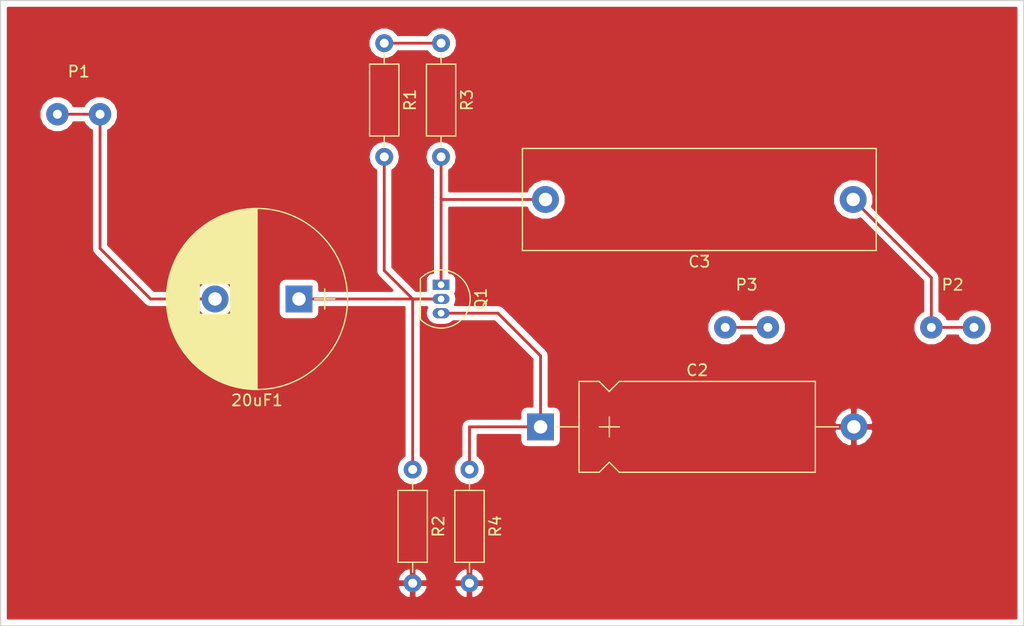
<source format=kicad_pcb>
(kicad_pcb (version 4) (host pcbnew 4.0.5)

  (general
    (links 15)
    (no_connects 1)
    (area 123.139999 79.959999 214.680001 135.940001)
    (thickness 1.6)
    (drawings 7)
    (tracks 31)
    (zones 0)
    (modules 11)
    (nets 9)
  )

  (page A4)
  (layers
    (0 F.Cu signal)
    (31 B.Cu signal)
    (32 B.Adhes user)
    (33 F.Adhes user)
    (34 B.Paste user)
    (35 F.Paste user)
    (36 B.SilkS user)
    (37 F.SilkS user)
    (38 B.Mask user)
    (39 F.Mask user)
    (40 Dwgs.User user)
    (41 Cmts.User user)
    (42 Eco1.User user)
    (43 Eco2.User user)
    (44 Edge.Cuts user)
    (45 Margin user)
    (46 B.CrtYd user)
    (47 F.CrtYd user)
    (48 B.Fab user)
    (49 F.Fab user)
  )

  (setup
    (last_trace_width 0.25)
    (trace_clearance 0.2)
    (zone_clearance 0.508)
    (zone_45_only no)
    (trace_min 0.2)
    (segment_width 0.2)
    (edge_width 0.1)
    (via_size 0.6)
    (via_drill 0.4)
    (via_min_size 0.4)
    (via_min_drill 0.3)
    (uvia_size 0.3)
    (uvia_drill 0.1)
    (uvias_allowed no)
    (uvia_min_size 0.2)
    (uvia_min_drill 0.1)
    (pcb_text_width 0.3)
    (pcb_text_size 1.5 1.5)
    (mod_edge_width 0.15)
    (mod_text_size 1 1)
    (mod_text_width 0.15)
    (pad_size 1.5 1.5)
    (pad_drill 0.6)
    (pad_to_mask_clearance 0)
    (aux_axis_origin 0 0)
    (visible_elements 7FFFEFFF)
    (pcbplotparams
      (layerselection 0x010b0_80000001)
      (usegerberextensions false)
      (excludeedgelayer true)
      (linewidth 0.100000)
      (plotframeref false)
      (viasonmask false)
      (mode 1)
      (useauxorigin false)
      (hpglpennumber 1)
      (hpglpenspeed 20)
      (hpglpendiameter 15)
      (hpglpenoverlay 2)
      (psnegative false)
      (psa4output false)
      (plotreference true)
      (plotvalue true)
      (plotinvisibletext false)
      (padsonsilk false)
      (subtractmaskfromsilk false)
      (outputformat 1)
      (mirror false)
      (drillshape 0)
      (scaleselection 1)
      (outputdirectory ""))
  )

  (net 0 "")
  (net 1 "Net-(20uF1-Pad1)")
  (net 2 "Net-(20uF1-Pad2)")
  (net 3 "Net-(C2-Pad1)")
  (net 4 GND)
  (net 5 "Net-(C3-Pad1)")
  (net 6 "Net-(C3-Pad2)")
  (net 7 +12C)
  (net 8 +12V)

  (net_class Default "This is the default net class."
    (clearance 0.2)
    (trace_width 0.25)
    (via_dia 0.6)
    (via_drill 0.4)
    (uvia_dia 0.3)
    (uvia_drill 0.1)
    (add_net +12C)
    (add_net +12V)
    (add_net GND)
    (add_net "Net-(20uF1-Pad1)")
    (add_net "Net-(20uF1-Pad2)")
    (add_net "Net-(C2-Pad1)")
    (add_net "Net-(C3-Pad1)")
    (add_net "Net-(C3-Pad2)")
  )

  (net_class power ""
    (clearance 0.5)
    (trace_width 0.35)
    (via_dia 0.6)
    (via_drill 0.4)
    (uvia_dia 0.3)
    (uvia_drill 0.1)
  )

  (module TO_SOT_Packages_THT:TO-92_Inline_Narrow_Oval (layer F.Cu) (tedit 58CE52AF) (tstamp 591D3896)
    (at 162.56 105.41 270)
    (descr "TO-92 leads in-line, narrow, oval pads, drill 0.6mm (see NXP sot054_po.pdf)")
    (tags "to-92 sc-43 sc-43a sot54 PA33 transistor")
    (path /58D394C7)
    (fp_text reference Q1 (at 1.27 -3.56 270) (layer F.SilkS)
      (effects (font (size 1 1) (thickness 0.15)))
    )
    (fp_text value BC548 (at 1.27 2.79 270) (layer F.Fab)
      (effects (font (size 1 1) (thickness 0.15)))
    )
    (fp_text user %R (at 1.27 -3.56 270) (layer F.Fab)
      (effects (font (size 1 1) (thickness 0.15)))
    )
    (fp_line (start -0.53 1.85) (end 3.07 1.85) (layer F.SilkS) (width 0.12))
    (fp_line (start -0.5 1.75) (end 3 1.75) (layer F.Fab) (width 0.1))
    (fp_line (start -1.46 -2.73) (end 4 -2.73) (layer F.CrtYd) (width 0.05))
    (fp_line (start -1.46 -2.73) (end -1.46 2.01) (layer F.CrtYd) (width 0.05))
    (fp_line (start 4 2.01) (end 4 -2.73) (layer F.CrtYd) (width 0.05))
    (fp_line (start 4 2.01) (end -1.46 2.01) (layer F.CrtYd) (width 0.05))
    (fp_arc (start 1.27 0) (end 1.27 -2.48) (angle 135) (layer F.Fab) (width 0.1))
    (fp_arc (start 1.27 0) (end 1.27 -2.6) (angle -135) (layer F.SilkS) (width 0.12))
    (fp_arc (start 1.27 0) (end 1.27 -2.48) (angle -135) (layer F.Fab) (width 0.1))
    (fp_arc (start 1.27 0) (end 1.27 -2.6) (angle 135) (layer F.SilkS) (width 0.12))
    (pad 2 thru_hole oval (at 1.27 0 90) (size 0.9 1.5) (drill 0.6) (layers *.Cu *.Mask)
      (net 1 "Net-(20uF1-Pad1)"))
    (pad 3 thru_hole oval (at 2.54 0 90) (size 0.9 1.5) (drill 0.6) (layers *.Cu *.Mask)
      (net 3 "Net-(C2-Pad1)"))
    (pad 1 thru_hole rect (at 0 0 90) (size 0.9 1.5) (drill 0.6) (layers *.Cu *.Mask)
      (net 6 "Net-(C3-Pad2)"))
    (model ${KISYS3DMOD}/TO_SOT_Packages_THT.3dshapes/TO-92_Inline_Narrow_Oval.wrl
      (at (xyz 0.05 0 0))
      (scale (xyz 1 1 1))
      (rotate (xyz 0 0 -90))
    )
  )

  (module Capacitors_THT:CP_Radial_D16.0mm_P7.50mm (layer F.Cu) (tedit 58765D06) (tstamp 591D384C)
    (at 149.86 106.68 180)
    (descr "CP, Radial series, Radial, pin pitch=7.50mm, , diameter=16mm, Electrolytic Capacitor")
    (tags "CP Radial series Radial pin pitch 7.50mm  diameter 16mm Electrolytic Capacitor")
    (path /58D3956F)
    (fp_text reference 20uF1 (at 3.75 -9.06 180) (layer F.SilkS)
      (effects (font (size 1 1) (thickness 0.15)))
    )
    (fp_text value C (at 3.75 9.06 180) (layer F.Fab)
      (effects (font (size 1 1) (thickness 0.15)))
    )
    (fp_circle (center 3.75 0) (end 11.75 0) (layer F.Fab) (width 0.1))
    (fp_circle (center 3.75 0) (end 11.84 0) (layer F.SilkS) (width 0.12))
    (fp_line (start -3.2 0) (end -1.4 0) (layer F.Fab) (width 0.1))
    (fp_line (start -2.3 -0.9) (end -2.3 0.9) (layer F.Fab) (width 0.1))
    (fp_line (start 3.75 -8.051) (end 3.75 8.051) (layer F.SilkS) (width 0.12))
    (fp_line (start 3.79 -8.05) (end 3.79 8.05) (layer F.SilkS) (width 0.12))
    (fp_line (start 3.83 -8.05) (end 3.83 8.05) (layer F.SilkS) (width 0.12))
    (fp_line (start 3.87 -8.05) (end 3.87 8.05) (layer F.SilkS) (width 0.12))
    (fp_line (start 3.91 -8.049) (end 3.91 8.049) (layer F.SilkS) (width 0.12))
    (fp_line (start 3.95 -8.048) (end 3.95 8.048) (layer F.SilkS) (width 0.12))
    (fp_line (start 3.99 -8.047) (end 3.99 8.047) (layer F.SilkS) (width 0.12))
    (fp_line (start 4.03 -8.046) (end 4.03 8.046) (layer F.SilkS) (width 0.12))
    (fp_line (start 4.07 -8.044) (end 4.07 8.044) (layer F.SilkS) (width 0.12))
    (fp_line (start 4.11 -8.042) (end 4.11 8.042) (layer F.SilkS) (width 0.12))
    (fp_line (start 4.15 -8.041) (end 4.15 8.041) (layer F.SilkS) (width 0.12))
    (fp_line (start 4.19 -8.039) (end 4.19 8.039) (layer F.SilkS) (width 0.12))
    (fp_line (start 4.23 -8.036) (end 4.23 8.036) (layer F.SilkS) (width 0.12))
    (fp_line (start 4.27 -8.034) (end 4.27 8.034) (layer F.SilkS) (width 0.12))
    (fp_line (start 4.31 -8.031) (end 4.31 8.031) (layer F.SilkS) (width 0.12))
    (fp_line (start 4.35 -8.028) (end 4.35 8.028) (layer F.SilkS) (width 0.12))
    (fp_line (start 4.39 -8.025) (end 4.39 8.025) (layer F.SilkS) (width 0.12))
    (fp_line (start 4.43 -8.022) (end 4.43 8.022) (layer F.SilkS) (width 0.12))
    (fp_line (start 4.471 -8.018) (end 4.471 8.018) (layer F.SilkS) (width 0.12))
    (fp_line (start 4.511 -8.015) (end 4.511 8.015) (layer F.SilkS) (width 0.12))
    (fp_line (start 4.551 -8.011) (end 4.551 8.011) (layer F.SilkS) (width 0.12))
    (fp_line (start 4.591 -8.007) (end 4.591 8.007) (layer F.SilkS) (width 0.12))
    (fp_line (start 4.631 -8.002) (end 4.631 8.002) (layer F.SilkS) (width 0.12))
    (fp_line (start 4.671 -7.998) (end 4.671 7.998) (layer F.SilkS) (width 0.12))
    (fp_line (start 4.711 -7.993) (end 4.711 7.993) (layer F.SilkS) (width 0.12))
    (fp_line (start 4.751 -7.988) (end 4.751 7.988) (layer F.SilkS) (width 0.12))
    (fp_line (start 4.791 -7.983) (end 4.791 7.983) (layer F.SilkS) (width 0.12))
    (fp_line (start 4.831 -7.978) (end 4.831 7.978) (layer F.SilkS) (width 0.12))
    (fp_line (start 4.871 -7.973) (end 4.871 7.973) (layer F.SilkS) (width 0.12))
    (fp_line (start 4.911 -7.967) (end 4.911 7.967) (layer F.SilkS) (width 0.12))
    (fp_line (start 4.951 -7.961) (end 4.951 7.961) (layer F.SilkS) (width 0.12))
    (fp_line (start 4.991 -7.955) (end 4.991 7.955) (layer F.SilkS) (width 0.12))
    (fp_line (start 5.031 -7.949) (end 5.031 7.949) (layer F.SilkS) (width 0.12))
    (fp_line (start 5.071 -7.942) (end 5.071 7.942) (layer F.SilkS) (width 0.12))
    (fp_line (start 5.111 -7.935) (end 5.111 7.935) (layer F.SilkS) (width 0.12))
    (fp_line (start 5.151 -7.928) (end 5.151 7.928) (layer F.SilkS) (width 0.12))
    (fp_line (start 5.191 -7.921) (end 5.191 7.921) (layer F.SilkS) (width 0.12))
    (fp_line (start 5.231 -7.914) (end 5.231 7.914) (layer F.SilkS) (width 0.12))
    (fp_line (start 5.271 -7.906) (end 5.271 7.906) (layer F.SilkS) (width 0.12))
    (fp_line (start 5.311 -7.899) (end 5.311 7.899) (layer F.SilkS) (width 0.12))
    (fp_line (start 5.351 -7.891) (end 5.351 7.891) (layer F.SilkS) (width 0.12))
    (fp_line (start 5.391 -7.883) (end 5.391 7.883) (layer F.SilkS) (width 0.12))
    (fp_line (start 5.431 -7.874) (end 5.431 7.874) (layer F.SilkS) (width 0.12))
    (fp_line (start 5.471 -7.866) (end 5.471 7.866) (layer F.SilkS) (width 0.12))
    (fp_line (start 5.511 -7.857) (end 5.511 7.857) (layer F.SilkS) (width 0.12))
    (fp_line (start 5.551 -7.848) (end 5.551 7.848) (layer F.SilkS) (width 0.12))
    (fp_line (start 5.591 -7.838) (end 5.591 7.838) (layer F.SilkS) (width 0.12))
    (fp_line (start 5.631 -7.829) (end 5.631 7.829) (layer F.SilkS) (width 0.12))
    (fp_line (start 5.671 -7.819) (end 5.671 7.819) (layer F.SilkS) (width 0.12))
    (fp_line (start 5.711 -7.809) (end 5.711 7.809) (layer F.SilkS) (width 0.12))
    (fp_line (start 5.751 -7.799) (end 5.751 7.799) (layer F.SilkS) (width 0.12))
    (fp_line (start 5.791 -7.789) (end 5.791 7.789) (layer F.SilkS) (width 0.12))
    (fp_line (start 5.831 -7.779) (end 5.831 7.779) (layer F.SilkS) (width 0.12))
    (fp_line (start 5.871 -7.768) (end 5.871 7.768) (layer F.SilkS) (width 0.12))
    (fp_line (start 5.911 -7.757) (end 5.911 7.757) (layer F.SilkS) (width 0.12))
    (fp_line (start 5.951 -7.746) (end 5.951 7.746) (layer F.SilkS) (width 0.12))
    (fp_line (start 5.991 -7.734) (end 5.991 7.734) (layer F.SilkS) (width 0.12))
    (fp_line (start 6.031 -7.723) (end 6.031 7.723) (layer F.SilkS) (width 0.12))
    (fp_line (start 6.071 -7.711) (end 6.071 7.711) (layer F.SilkS) (width 0.12))
    (fp_line (start 6.111 -7.699) (end 6.111 7.699) (layer F.SilkS) (width 0.12))
    (fp_line (start 6.151 -7.686) (end 6.151 -1.38) (layer F.SilkS) (width 0.12))
    (fp_line (start 6.151 1.38) (end 6.151 7.686) (layer F.SilkS) (width 0.12))
    (fp_line (start 6.191 -7.674) (end 6.191 -1.38) (layer F.SilkS) (width 0.12))
    (fp_line (start 6.191 1.38) (end 6.191 7.674) (layer F.SilkS) (width 0.12))
    (fp_line (start 6.231 -7.661) (end 6.231 -1.38) (layer F.SilkS) (width 0.12))
    (fp_line (start 6.231 1.38) (end 6.231 7.661) (layer F.SilkS) (width 0.12))
    (fp_line (start 6.271 -7.648) (end 6.271 -1.38) (layer F.SilkS) (width 0.12))
    (fp_line (start 6.271 1.38) (end 6.271 7.648) (layer F.SilkS) (width 0.12))
    (fp_line (start 6.311 -7.635) (end 6.311 -1.38) (layer F.SilkS) (width 0.12))
    (fp_line (start 6.311 1.38) (end 6.311 7.635) (layer F.SilkS) (width 0.12))
    (fp_line (start 6.351 -7.621) (end 6.351 -1.38) (layer F.SilkS) (width 0.12))
    (fp_line (start 6.351 1.38) (end 6.351 7.621) (layer F.SilkS) (width 0.12))
    (fp_line (start 6.391 -7.608) (end 6.391 -1.38) (layer F.SilkS) (width 0.12))
    (fp_line (start 6.391 1.38) (end 6.391 7.608) (layer F.SilkS) (width 0.12))
    (fp_line (start 6.431 -7.594) (end 6.431 -1.38) (layer F.SilkS) (width 0.12))
    (fp_line (start 6.431 1.38) (end 6.431 7.594) (layer F.SilkS) (width 0.12))
    (fp_line (start 6.471 -7.58) (end 6.471 -1.38) (layer F.SilkS) (width 0.12))
    (fp_line (start 6.471 1.38) (end 6.471 7.58) (layer F.SilkS) (width 0.12))
    (fp_line (start 6.511 -7.565) (end 6.511 -1.38) (layer F.SilkS) (width 0.12))
    (fp_line (start 6.511 1.38) (end 6.511 7.565) (layer F.SilkS) (width 0.12))
    (fp_line (start 6.551 -7.55) (end 6.551 -1.38) (layer F.SilkS) (width 0.12))
    (fp_line (start 6.551 1.38) (end 6.551 7.55) (layer F.SilkS) (width 0.12))
    (fp_line (start 6.591 -7.536) (end 6.591 -1.38) (layer F.SilkS) (width 0.12))
    (fp_line (start 6.591 1.38) (end 6.591 7.536) (layer F.SilkS) (width 0.12))
    (fp_line (start 6.631 -7.521) (end 6.631 -1.38) (layer F.SilkS) (width 0.12))
    (fp_line (start 6.631 1.38) (end 6.631 7.521) (layer F.SilkS) (width 0.12))
    (fp_line (start 6.671 -7.505) (end 6.671 -1.38) (layer F.SilkS) (width 0.12))
    (fp_line (start 6.671 1.38) (end 6.671 7.505) (layer F.SilkS) (width 0.12))
    (fp_line (start 6.711 -7.49) (end 6.711 -1.38) (layer F.SilkS) (width 0.12))
    (fp_line (start 6.711 1.38) (end 6.711 7.49) (layer F.SilkS) (width 0.12))
    (fp_line (start 6.751 -7.474) (end 6.751 -1.38) (layer F.SilkS) (width 0.12))
    (fp_line (start 6.751 1.38) (end 6.751 7.474) (layer F.SilkS) (width 0.12))
    (fp_line (start 6.791 -7.458) (end 6.791 -1.38) (layer F.SilkS) (width 0.12))
    (fp_line (start 6.791 1.38) (end 6.791 7.458) (layer F.SilkS) (width 0.12))
    (fp_line (start 6.831 -7.441) (end 6.831 -1.38) (layer F.SilkS) (width 0.12))
    (fp_line (start 6.831 1.38) (end 6.831 7.441) (layer F.SilkS) (width 0.12))
    (fp_line (start 6.871 -7.425) (end 6.871 -1.38) (layer F.SilkS) (width 0.12))
    (fp_line (start 6.871 1.38) (end 6.871 7.425) (layer F.SilkS) (width 0.12))
    (fp_line (start 6.911 -7.408) (end 6.911 -1.38) (layer F.SilkS) (width 0.12))
    (fp_line (start 6.911 1.38) (end 6.911 7.408) (layer F.SilkS) (width 0.12))
    (fp_line (start 6.951 -7.391) (end 6.951 -1.38) (layer F.SilkS) (width 0.12))
    (fp_line (start 6.951 1.38) (end 6.951 7.391) (layer F.SilkS) (width 0.12))
    (fp_line (start 6.991 -7.373) (end 6.991 -1.38) (layer F.SilkS) (width 0.12))
    (fp_line (start 6.991 1.38) (end 6.991 7.373) (layer F.SilkS) (width 0.12))
    (fp_line (start 7.031 -7.356) (end 7.031 -1.38) (layer F.SilkS) (width 0.12))
    (fp_line (start 7.031 1.38) (end 7.031 7.356) (layer F.SilkS) (width 0.12))
    (fp_line (start 7.071 -7.338) (end 7.071 -1.38) (layer F.SilkS) (width 0.12))
    (fp_line (start 7.071 1.38) (end 7.071 7.338) (layer F.SilkS) (width 0.12))
    (fp_line (start 7.111 -7.32) (end 7.111 -1.38) (layer F.SilkS) (width 0.12))
    (fp_line (start 7.111 1.38) (end 7.111 7.32) (layer F.SilkS) (width 0.12))
    (fp_line (start 7.151 -7.301) (end 7.151 -1.38) (layer F.SilkS) (width 0.12))
    (fp_line (start 7.151 1.38) (end 7.151 7.301) (layer F.SilkS) (width 0.12))
    (fp_line (start 7.191 -7.283) (end 7.191 -1.38) (layer F.SilkS) (width 0.12))
    (fp_line (start 7.191 1.38) (end 7.191 7.283) (layer F.SilkS) (width 0.12))
    (fp_line (start 7.231 -7.264) (end 7.231 -1.38) (layer F.SilkS) (width 0.12))
    (fp_line (start 7.231 1.38) (end 7.231 7.264) (layer F.SilkS) (width 0.12))
    (fp_line (start 7.271 -7.245) (end 7.271 -1.38) (layer F.SilkS) (width 0.12))
    (fp_line (start 7.271 1.38) (end 7.271 7.245) (layer F.SilkS) (width 0.12))
    (fp_line (start 7.311 -7.225) (end 7.311 -1.38) (layer F.SilkS) (width 0.12))
    (fp_line (start 7.311 1.38) (end 7.311 7.225) (layer F.SilkS) (width 0.12))
    (fp_line (start 7.351 -7.205) (end 7.351 -1.38) (layer F.SilkS) (width 0.12))
    (fp_line (start 7.351 1.38) (end 7.351 7.205) (layer F.SilkS) (width 0.12))
    (fp_line (start 7.391 -7.185) (end 7.391 -1.38) (layer F.SilkS) (width 0.12))
    (fp_line (start 7.391 1.38) (end 7.391 7.185) (layer F.SilkS) (width 0.12))
    (fp_line (start 7.431 -7.165) (end 7.431 -1.38) (layer F.SilkS) (width 0.12))
    (fp_line (start 7.431 1.38) (end 7.431 7.165) (layer F.SilkS) (width 0.12))
    (fp_line (start 7.471 -7.144) (end 7.471 -1.38) (layer F.SilkS) (width 0.12))
    (fp_line (start 7.471 1.38) (end 7.471 7.144) (layer F.SilkS) (width 0.12))
    (fp_line (start 7.511 -7.124) (end 7.511 -1.38) (layer F.SilkS) (width 0.12))
    (fp_line (start 7.511 1.38) (end 7.511 7.124) (layer F.SilkS) (width 0.12))
    (fp_line (start 7.551 -7.102) (end 7.551 -1.38) (layer F.SilkS) (width 0.12))
    (fp_line (start 7.551 1.38) (end 7.551 7.102) (layer F.SilkS) (width 0.12))
    (fp_line (start 7.591 -7.081) (end 7.591 -1.38) (layer F.SilkS) (width 0.12))
    (fp_line (start 7.591 1.38) (end 7.591 7.081) (layer F.SilkS) (width 0.12))
    (fp_line (start 7.631 -7.059) (end 7.631 -1.38) (layer F.SilkS) (width 0.12))
    (fp_line (start 7.631 1.38) (end 7.631 7.059) (layer F.SilkS) (width 0.12))
    (fp_line (start 7.671 -7.037) (end 7.671 -1.38) (layer F.SilkS) (width 0.12))
    (fp_line (start 7.671 1.38) (end 7.671 7.037) (layer F.SilkS) (width 0.12))
    (fp_line (start 7.711 -7.015) (end 7.711 -1.38) (layer F.SilkS) (width 0.12))
    (fp_line (start 7.711 1.38) (end 7.711 7.015) (layer F.SilkS) (width 0.12))
    (fp_line (start 7.751 -6.992) (end 7.751 -1.38) (layer F.SilkS) (width 0.12))
    (fp_line (start 7.751 1.38) (end 7.751 6.992) (layer F.SilkS) (width 0.12))
    (fp_line (start 7.791 -6.97) (end 7.791 -1.38) (layer F.SilkS) (width 0.12))
    (fp_line (start 7.791 1.38) (end 7.791 6.97) (layer F.SilkS) (width 0.12))
    (fp_line (start 7.831 -6.946) (end 7.831 -1.38) (layer F.SilkS) (width 0.12))
    (fp_line (start 7.831 1.38) (end 7.831 6.946) (layer F.SilkS) (width 0.12))
    (fp_line (start 7.871 -6.923) (end 7.871 -1.38) (layer F.SilkS) (width 0.12))
    (fp_line (start 7.871 1.38) (end 7.871 6.923) (layer F.SilkS) (width 0.12))
    (fp_line (start 7.911 -6.899) (end 7.911 -1.38) (layer F.SilkS) (width 0.12))
    (fp_line (start 7.911 1.38) (end 7.911 6.899) (layer F.SilkS) (width 0.12))
    (fp_line (start 7.951 -6.875) (end 7.951 -1.38) (layer F.SilkS) (width 0.12))
    (fp_line (start 7.951 1.38) (end 7.951 6.875) (layer F.SilkS) (width 0.12))
    (fp_line (start 7.991 -6.85) (end 7.991 -1.38) (layer F.SilkS) (width 0.12))
    (fp_line (start 7.991 1.38) (end 7.991 6.85) (layer F.SilkS) (width 0.12))
    (fp_line (start 8.031 -6.826) (end 8.031 -1.38) (layer F.SilkS) (width 0.12))
    (fp_line (start 8.031 1.38) (end 8.031 6.826) (layer F.SilkS) (width 0.12))
    (fp_line (start 8.071 -6.801) (end 8.071 -1.38) (layer F.SilkS) (width 0.12))
    (fp_line (start 8.071 1.38) (end 8.071 6.801) (layer F.SilkS) (width 0.12))
    (fp_line (start 8.111 -6.775) (end 8.111 -1.38) (layer F.SilkS) (width 0.12))
    (fp_line (start 8.111 1.38) (end 8.111 6.775) (layer F.SilkS) (width 0.12))
    (fp_line (start 8.151 -6.749) (end 8.151 -1.38) (layer F.SilkS) (width 0.12))
    (fp_line (start 8.151 1.38) (end 8.151 6.749) (layer F.SilkS) (width 0.12))
    (fp_line (start 8.191 -6.723) (end 8.191 -1.38) (layer F.SilkS) (width 0.12))
    (fp_line (start 8.191 1.38) (end 8.191 6.723) (layer F.SilkS) (width 0.12))
    (fp_line (start 8.231 -6.697) (end 8.231 -1.38) (layer F.SilkS) (width 0.12))
    (fp_line (start 8.231 1.38) (end 8.231 6.697) (layer F.SilkS) (width 0.12))
    (fp_line (start 8.271 -6.67) (end 8.271 -1.38) (layer F.SilkS) (width 0.12))
    (fp_line (start 8.271 1.38) (end 8.271 6.67) (layer F.SilkS) (width 0.12))
    (fp_line (start 8.311 -6.643) (end 8.311 -1.38) (layer F.SilkS) (width 0.12))
    (fp_line (start 8.311 1.38) (end 8.311 6.643) (layer F.SilkS) (width 0.12))
    (fp_line (start 8.351 -6.615) (end 8.351 -1.38) (layer F.SilkS) (width 0.12))
    (fp_line (start 8.351 1.38) (end 8.351 6.615) (layer F.SilkS) (width 0.12))
    (fp_line (start 8.391 -6.588) (end 8.391 -1.38) (layer F.SilkS) (width 0.12))
    (fp_line (start 8.391 1.38) (end 8.391 6.588) (layer F.SilkS) (width 0.12))
    (fp_line (start 8.431 -6.559) (end 8.431 -1.38) (layer F.SilkS) (width 0.12))
    (fp_line (start 8.431 1.38) (end 8.431 6.559) (layer F.SilkS) (width 0.12))
    (fp_line (start 8.471 -6.531) (end 8.471 -1.38) (layer F.SilkS) (width 0.12))
    (fp_line (start 8.471 1.38) (end 8.471 6.531) (layer F.SilkS) (width 0.12))
    (fp_line (start 8.511 -6.502) (end 8.511 -1.38) (layer F.SilkS) (width 0.12))
    (fp_line (start 8.511 1.38) (end 8.511 6.502) (layer F.SilkS) (width 0.12))
    (fp_line (start 8.551 -6.473) (end 8.551 -1.38) (layer F.SilkS) (width 0.12))
    (fp_line (start 8.551 1.38) (end 8.551 6.473) (layer F.SilkS) (width 0.12))
    (fp_line (start 8.591 -6.443) (end 8.591 -1.38) (layer F.SilkS) (width 0.12))
    (fp_line (start 8.591 1.38) (end 8.591 6.443) (layer F.SilkS) (width 0.12))
    (fp_line (start 8.631 -6.413) (end 8.631 -1.38) (layer F.SilkS) (width 0.12))
    (fp_line (start 8.631 1.38) (end 8.631 6.413) (layer F.SilkS) (width 0.12))
    (fp_line (start 8.671 -6.382) (end 8.671 -1.38) (layer F.SilkS) (width 0.12))
    (fp_line (start 8.671 1.38) (end 8.671 6.382) (layer F.SilkS) (width 0.12))
    (fp_line (start 8.711 -6.352) (end 8.711 -1.38) (layer F.SilkS) (width 0.12))
    (fp_line (start 8.711 1.38) (end 8.711 6.352) (layer F.SilkS) (width 0.12))
    (fp_line (start 8.751 -6.32) (end 8.751 -1.38) (layer F.SilkS) (width 0.12))
    (fp_line (start 8.751 1.38) (end 8.751 6.32) (layer F.SilkS) (width 0.12))
    (fp_line (start 8.791 -6.289) (end 8.791 -1.38) (layer F.SilkS) (width 0.12))
    (fp_line (start 8.791 1.38) (end 8.791 6.289) (layer F.SilkS) (width 0.12))
    (fp_line (start 8.831 -6.257) (end 8.831 -1.38) (layer F.SilkS) (width 0.12))
    (fp_line (start 8.831 1.38) (end 8.831 6.257) (layer F.SilkS) (width 0.12))
    (fp_line (start 8.871 -6.224) (end 8.871 -1.38) (layer F.SilkS) (width 0.12))
    (fp_line (start 8.871 1.38) (end 8.871 6.224) (layer F.SilkS) (width 0.12))
    (fp_line (start 8.911 -6.191) (end 8.911 6.191) (layer F.SilkS) (width 0.12))
    (fp_line (start 8.951 -6.158) (end 8.951 6.158) (layer F.SilkS) (width 0.12))
    (fp_line (start 8.991 -6.124) (end 8.991 6.124) (layer F.SilkS) (width 0.12))
    (fp_line (start 9.031 -6.09) (end 9.031 6.09) (layer F.SilkS) (width 0.12))
    (fp_line (start 9.071 -6.055) (end 9.071 6.055) (layer F.SilkS) (width 0.12))
    (fp_line (start 9.111 -6.02) (end 9.111 6.02) (layer F.SilkS) (width 0.12))
    (fp_line (start 9.151 -5.984) (end 9.151 5.984) (layer F.SilkS) (width 0.12))
    (fp_line (start 9.191 -5.948) (end 9.191 5.948) (layer F.SilkS) (width 0.12))
    (fp_line (start 9.231 -5.912) (end 9.231 5.912) (layer F.SilkS) (width 0.12))
    (fp_line (start 9.271 -5.875) (end 9.271 5.875) (layer F.SilkS) (width 0.12))
    (fp_line (start 9.311 -5.837) (end 9.311 5.837) (layer F.SilkS) (width 0.12))
    (fp_line (start 9.351 -5.799) (end 9.351 5.799) (layer F.SilkS) (width 0.12))
    (fp_line (start 9.391 -5.76) (end 9.391 5.76) (layer F.SilkS) (width 0.12))
    (fp_line (start 9.431 -5.721) (end 9.431 5.721) (layer F.SilkS) (width 0.12))
    (fp_line (start 9.471 -5.681) (end 9.471 5.681) (layer F.SilkS) (width 0.12))
    (fp_line (start 9.511 -5.641) (end 9.511 5.641) (layer F.SilkS) (width 0.12))
    (fp_line (start 9.551 -5.6) (end 9.551 5.6) (layer F.SilkS) (width 0.12))
    (fp_line (start 9.591 -5.559) (end 9.591 5.559) (layer F.SilkS) (width 0.12))
    (fp_line (start 9.631 -5.517) (end 9.631 5.517) (layer F.SilkS) (width 0.12))
    (fp_line (start 9.671 -5.474) (end 9.671 5.474) (layer F.SilkS) (width 0.12))
    (fp_line (start 9.711 -5.431) (end 9.711 5.431) (layer F.SilkS) (width 0.12))
    (fp_line (start 9.751 -5.387) (end 9.751 5.387) (layer F.SilkS) (width 0.12))
    (fp_line (start 9.791 -5.343) (end 9.791 5.343) (layer F.SilkS) (width 0.12))
    (fp_line (start 9.831 -5.297) (end 9.831 5.297) (layer F.SilkS) (width 0.12))
    (fp_line (start 9.871 -5.251) (end 9.871 5.251) (layer F.SilkS) (width 0.12))
    (fp_line (start 9.911 -5.205) (end 9.911 5.205) (layer F.SilkS) (width 0.12))
    (fp_line (start 9.951 -5.157) (end 9.951 5.157) (layer F.SilkS) (width 0.12))
    (fp_line (start 9.991 -5.109) (end 9.991 5.109) (layer F.SilkS) (width 0.12))
    (fp_line (start 10.031 -5.06) (end 10.031 5.06) (layer F.SilkS) (width 0.12))
    (fp_line (start 10.071 -5.011) (end 10.071 5.011) (layer F.SilkS) (width 0.12))
    (fp_line (start 10.111 -4.96) (end 10.111 4.96) (layer F.SilkS) (width 0.12))
    (fp_line (start 10.151 -4.909) (end 10.151 4.909) (layer F.SilkS) (width 0.12))
    (fp_line (start 10.191 -4.857) (end 10.191 4.857) (layer F.SilkS) (width 0.12))
    (fp_line (start 10.231 -4.804) (end 10.231 4.804) (layer F.SilkS) (width 0.12))
    (fp_line (start 10.271 -4.75) (end 10.271 4.75) (layer F.SilkS) (width 0.12))
    (fp_line (start 10.311 -4.695) (end 10.311 4.695) (layer F.SilkS) (width 0.12))
    (fp_line (start 10.351 -4.639) (end 10.351 4.639) (layer F.SilkS) (width 0.12))
    (fp_line (start 10.391 -4.582) (end 10.391 4.582) (layer F.SilkS) (width 0.12))
    (fp_line (start 10.431 -4.524) (end 10.431 4.524) (layer F.SilkS) (width 0.12))
    (fp_line (start 10.471 -4.465) (end 10.471 4.465) (layer F.SilkS) (width 0.12))
    (fp_line (start 10.511 -4.405) (end 10.511 4.405) (layer F.SilkS) (width 0.12))
    (fp_line (start 10.551 -4.343) (end 10.551 4.343) (layer F.SilkS) (width 0.12))
    (fp_line (start 10.591 -4.281) (end 10.591 4.281) (layer F.SilkS) (width 0.12))
    (fp_line (start 10.631 -4.217) (end 10.631 4.217) (layer F.SilkS) (width 0.12))
    (fp_line (start 10.671 -4.151) (end 10.671 4.151) (layer F.SilkS) (width 0.12))
    (fp_line (start 10.711 -4.084) (end 10.711 4.084) (layer F.SilkS) (width 0.12))
    (fp_line (start 10.751 -4.016) (end 10.751 4.016) (layer F.SilkS) (width 0.12))
    (fp_line (start 10.791 -3.946) (end 10.791 3.946) (layer F.SilkS) (width 0.12))
    (fp_line (start 10.831 -3.875) (end 10.831 3.875) (layer F.SilkS) (width 0.12))
    (fp_line (start 10.871 -3.802) (end 10.871 3.802) (layer F.SilkS) (width 0.12))
    (fp_line (start 10.911 -3.726) (end 10.911 3.726) (layer F.SilkS) (width 0.12))
    (fp_line (start 10.951 -3.649) (end 10.951 3.649) (layer F.SilkS) (width 0.12))
    (fp_line (start 10.991 -3.57) (end 10.991 3.57) (layer F.SilkS) (width 0.12))
    (fp_line (start 11.031 -3.489) (end 11.031 3.489) (layer F.SilkS) (width 0.12))
    (fp_line (start 11.071 -3.405) (end 11.071 3.405) (layer F.SilkS) (width 0.12))
    (fp_line (start 11.111 -3.319) (end 11.111 3.319) (layer F.SilkS) (width 0.12))
    (fp_line (start 11.151 -3.23) (end 11.151 3.23) (layer F.SilkS) (width 0.12))
    (fp_line (start 11.191 -3.138) (end 11.191 3.138) (layer F.SilkS) (width 0.12))
    (fp_line (start 11.231 -3.042) (end 11.231 3.042) (layer F.SilkS) (width 0.12))
    (fp_line (start 11.271 -2.943) (end 11.271 2.943) (layer F.SilkS) (width 0.12))
    (fp_line (start 11.311 -2.841) (end 11.311 2.841) (layer F.SilkS) (width 0.12))
    (fp_line (start 11.351 -2.733) (end 11.351 2.733) (layer F.SilkS) (width 0.12))
    (fp_line (start 11.391 -2.621) (end 11.391 2.621) (layer F.SilkS) (width 0.12))
    (fp_line (start 11.431 -2.503) (end 11.431 2.503) (layer F.SilkS) (width 0.12))
    (fp_line (start 11.471 -2.379) (end 11.471 2.379) (layer F.SilkS) (width 0.12))
    (fp_line (start 11.511 -2.248) (end 11.511 2.248) (layer F.SilkS) (width 0.12))
    (fp_line (start 11.551 -2.107) (end 11.551 2.107) (layer F.SilkS) (width 0.12))
    (fp_line (start 11.591 -1.956) (end 11.591 1.956) (layer F.SilkS) (width 0.12))
    (fp_line (start 11.631 -1.792) (end 11.631 1.792) (layer F.SilkS) (width 0.12))
    (fp_line (start 11.671 -1.61) (end 11.671 1.61) (layer F.SilkS) (width 0.12))
    (fp_line (start 11.711 -1.405) (end 11.711 1.405) (layer F.SilkS) (width 0.12))
    (fp_line (start 11.751 -1.164) (end 11.751 1.164) (layer F.SilkS) (width 0.12))
    (fp_line (start 11.791 -0.859) (end 11.791 0.859) (layer F.SilkS) (width 0.12))
    (fp_line (start 11.831 -0.363) (end 11.831 0.363) (layer F.SilkS) (width 0.12))
    (fp_line (start -3.2 0) (end -1.4 0) (layer F.SilkS) (width 0.12))
    (fp_line (start -2.3 -0.9) (end -2.3 0.9) (layer F.SilkS) (width 0.12))
    (fp_line (start -4.6 -8.35) (end -4.6 8.35) (layer F.CrtYd) (width 0.05))
    (fp_line (start -4.6 8.35) (end 12.1 8.35) (layer F.CrtYd) (width 0.05))
    (fp_line (start 12.1 8.35) (end 12.1 -8.35) (layer F.CrtYd) (width 0.05))
    (fp_line (start 12.1 -8.35) (end -4.6 -8.35) (layer F.CrtYd) (width 0.05))
    (pad 1 thru_hole rect (at 0 0 180) (size 2.4 2.4) (drill 1.2) (layers *.Cu *.Mask)
      (net 1 "Net-(20uF1-Pad1)"))
    (pad 2 thru_hole circle (at 7.5 0 180) (size 2.4 2.4) (drill 1.2) (layers *.Cu *.Mask)
      (net 2 "Net-(20uF1-Pad2)"))
    (model Capacitors_THT.3dshapes/CP_Radial_D16.0mm_P7.50mm.wrl
      (at (xyz 0 0 0))
      (scale (xyz 0.393701 0.393701 0.393701))
      (rotate (xyz 0 0 0))
    )
  )

  (module Capacitors_THT:CP_Axial_L21.0mm_D8.0mm_P28.00mm_Horizontal (layer F.Cu) (tedit 58765D07) (tstamp 591D3872)
    (at 171.45 118.11)
    (descr "CP, Axial series, Axial, Horizontal, pin pitch=28mm, , length*diameter=21*8mm^2, Electrolytic Capacitor")
    (tags "CP Axial series Axial Horizontal pin pitch 28mm  length 21mm diameter 8mm Electrolytic Capacitor")
    (path /58D396C3)
    (fp_text reference C2 (at 14 -5.06) (layer F.SilkS)
      (effects (font (size 1 1) (thickness 0.15)))
    )
    (fp_text value 50uF (at 14 5.06) (layer F.Fab)
      (effects (font (size 1 1) (thickness 0.15)))
    )
    (fp_line (start 3.5 -4) (end 3.5 4) (layer F.Fab) (width 0.1))
    (fp_line (start 24.5 -4) (end 24.5 4) (layer F.Fab) (width 0.1))
    (fp_line (start 3.5 -4) (end 5.24 -4) (layer F.Fab) (width 0.1))
    (fp_line (start 5.24 -4) (end 6.14 -3.1) (layer F.Fab) (width 0.1))
    (fp_line (start 6.14 -3.1) (end 7.04 -4) (layer F.Fab) (width 0.1))
    (fp_line (start 7.04 -4) (end 24.5 -4) (layer F.Fab) (width 0.1))
    (fp_line (start 3.5 4) (end 5.24 4) (layer F.Fab) (width 0.1))
    (fp_line (start 5.24 4) (end 6.14 3.1) (layer F.Fab) (width 0.1))
    (fp_line (start 6.14 3.1) (end 7.04 4) (layer F.Fab) (width 0.1))
    (fp_line (start 7.04 4) (end 24.5 4) (layer F.Fab) (width 0.1))
    (fp_line (start 0 0) (end 3.5 0) (layer F.Fab) (width 0.1))
    (fp_line (start 28 0) (end 24.5 0) (layer F.Fab) (width 0.1))
    (fp_line (start 5.25 0) (end 7.05 0) (layer F.Fab) (width 0.1))
    (fp_line (start 6.15 -0.9) (end 6.15 0.9) (layer F.Fab) (width 0.1))
    (fp_line (start 5.25 0) (end 7.05 0) (layer F.SilkS) (width 0.12))
    (fp_line (start 6.15 -0.9) (end 6.15 0.9) (layer F.SilkS) (width 0.12))
    (fp_line (start 3.44 -4.06) (end 3.44 4.06) (layer F.SilkS) (width 0.12))
    (fp_line (start 24.56 -4.06) (end 24.56 4.06) (layer F.SilkS) (width 0.12))
    (fp_line (start 3.44 -4.06) (end 5.24 -4.06) (layer F.SilkS) (width 0.12))
    (fp_line (start 5.24 -4.06) (end 6.14 -3.16) (layer F.SilkS) (width 0.12))
    (fp_line (start 6.14 -3.16) (end 7.04 -4.06) (layer F.SilkS) (width 0.12))
    (fp_line (start 7.04 -4.06) (end 24.56 -4.06) (layer F.SilkS) (width 0.12))
    (fp_line (start 3.44 4.06) (end 5.24 4.06) (layer F.SilkS) (width 0.12))
    (fp_line (start 5.24 4.06) (end 6.14 3.16) (layer F.SilkS) (width 0.12))
    (fp_line (start 6.14 3.16) (end 7.04 4.06) (layer F.SilkS) (width 0.12))
    (fp_line (start 7.04 4.06) (end 24.56 4.06) (layer F.SilkS) (width 0.12))
    (fp_line (start 1.38 0) (end 3.44 0) (layer F.SilkS) (width 0.12))
    (fp_line (start 26.62 0) (end 24.56 0) (layer F.SilkS) (width 0.12))
    (fp_line (start -1.45 -4.35) (end -1.45 4.35) (layer F.CrtYd) (width 0.05))
    (fp_line (start -1.45 4.35) (end 29.45 4.35) (layer F.CrtYd) (width 0.05))
    (fp_line (start 29.45 4.35) (end 29.45 -4.35) (layer F.CrtYd) (width 0.05))
    (fp_line (start 29.45 -4.35) (end -1.45 -4.35) (layer F.CrtYd) (width 0.05))
    (pad 1 thru_hole rect (at 0 0) (size 2.4 2.4) (drill 1.2) (layers *.Cu *.Mask)
      (net 3 "Net-(C2-Pad1)"))
    (pad 2 thru_hole oval (at 28 0) (size 2.4 2.4) (drill 1.2) (layers *.Cu *.Mask)
      (net 4 GND))
    (model Capacitors_THT.3dshapes/CP_Axial_L21.0mm_D8.0mm_P28.00mm_Horizontal.wrl
      (at (xyz 0 0 0))
      (scale (xyz 0.393701 0.393701 0.393701))
      (rotate (xyz 0 0 0))
    )
  )

  (module Capacitors_THT:C_Rect_L31.5mm_W9.0mm_P27.50mm_MKS4 (layer F.Cu) (tedit 58765D05) (tstamp 591D3884)
    (at 199.39 97.79 180)
    (descr "C, Rect series, Radial, pin pitch=27.50mm, , length*width=31.5*9mm^2, Capacitor, http://www.wima.com/EN/WIMA_MKS_4.pdf")
    (tags "C Rect series Radial pin pitch 27.50mm  length 31.5mm width 9mm Capacitor")
    (path /58D3967E)
    (fp_text reference C3 (at 13.75 -5.56 180) (layer F.SilkS)
      (effects (font (size 1 1) (thickness 0.15)))
    )
    (fp_text value 20uF (at 13.75 5.56 180) (layer F.Fab)
      (effects (font (size 1 1) (thickness 0.15)))
    )
    (fp_line (start -2 -4.5) (end -2 4.5) (layer F.Fab) (width 0.1))
    (fp_line (start -2 4.5) (end 29.5 4.5) (layer F.Fab) (width 0.1))
    (fp_line (start 29.5 4.5) (end 29.5 -4.5) (layer F.Fab) (width 0.1))
    (fp_line (start 29.5 -4.5) (end -2 -4.5) (layer F.Fab) (width 0.1))
    (fp_line (start -2.06 -4.56) (end 29.56 -4.56) (layer F.SilkS) (width 0.12))
    (fp_line (start -2.06 4.56) (end 29.56 4.56) (layer F.SilkS) (width 0.12))
    (fp_line (start -2.06 -4.56) (end -2.06 4.56) (layer F.SilkS) (width 0.12))
    (fp_line (start 29.56 -4.56) (end 29.56 4.56) (layer F.SilkS) (width 0.12))
    (fp_line (start -2.35 -4.85) (end -2.35 4.85) (layer F.CrtYd) (width 0.05))
    (fp_line (start -2.35 4.85) (end 29.85 4.85) (layer F.CrtYd) (width 0.05))
    (fp_line (start 29.85 4.85) (end 29.85 -4.85) (layer F.CrtYd) (width 0.05))
    (fp_line (start 29.85 -4.85) (end -2.35 -4.85) (layer F.CrtYd) (width 0.05))
    (pad 1 thru_hole circle (at 0 0 180) (size 2.4 2.4) (drill 1.2) (layers *.Cu *.Mask)
      (net 5 "Net-(C3-Pad1)"))
    (pad 2 thru_hole circle (at 27.5 0 180) (size 2.4 2.4) (drill 1.2) (layers *.Cu *.Mask)
      (net 6 "Net-(C3-Pad2)"))
    (model Capacitors_THT.3dshapes/C_Rect_L31.5mm_W9.0mm_P27.50mm_MKS4.wrl
      (at (xyz 0 0 0))
      (scale (xyz 0.393701 0.393701 0.393701))
      (rotate (xyz 0 0 0))
    )
  )

  (module Resistors_THT:R_Axial_DIN0207_L6.3mm_D2.5mm_P10.16mm_Horizontal (layer F.Cu) (tedit 5874F706) (tstamp 591D38AC)
    (at 157.48 83.82 270)
    (descr "Resistor, Axial_DIN0207 series, Axial, Horizontal, pin pitch=10.16mm, 0.25W = 1/4W, length*diameter=6.3*2.5mm^2, http://cdn-reichelt.de/documents/datenblatt/B400/1_4W%23YAG.pdf")
    (tags "Resistor Axial_DIN0207 series Axial Horizontal pin pitch 10.16mm 0.25W = 1/4W length 6.3mm diameter 2.5mm")
    (path /58D395F0)
    (fp_text reference R1 (at 5.08 -2.31 270) (layer F.SilkS)
      (effects (font (size 1 1) (thickness 0.15)))
    )
    (fp_text value 22k (at 5.08 2.31 270) (layer F.Fab)
      (effects (font (size 1 1) (thickness 0.15)))
    )
    (fp_line (start 1.93 -1.25) (end 1.93 1.25) (layer F.Fab) (width 0.1))
    (fp_line (start 1.93 1.25) (end 8.23 1.25) (layer F.Fab) (width 0.1))
    (fp_line (start 8.23 1.25) (end 8.23 -1.25) (layer F.Fab) (width 0.1))
    (fp_line (start 8.23 -1.25) (end 1.93 -1.25) (layer F.Fab) (width 0.1))
    (fp_line (start 0 0) (end 1.93 0) (layer F.Fab) (width 0.1))
    (fp_line (start 10.16 0) (end 8.23 0) (layer F.Fab) (width 0.1))
    (fp_line (start 1.87 -1.31) (end 1.87 1.31) (layer F.SilkS) (width 0.12))
    (fp_line (start 1.87 1.31) (end 8.29 1.31) (layer F.SilkS) (width 0.12))
    (fp_line (start 8.29 1.31) (end 8.29 -1.31) (layer F.SilkS) (width 0.12))
    (fp_line (start 8.29 -1.31) (end 1.87 -1.31) (layer F.SilkS) (width 0.12))
    (fp_line (start 0.98 0) (end 1.87 0) (layer F.SilkS) (width 0.12))
    (fp_line (start 9.18 0) (end 8.29 0) (layer F.SilkS) (width 0.12))
    (fp_line (start -1.05 -1.6) (end -1.05 1.6) (layer F.CrtYd) (width 0.05))
    (fp_line (start -1.05 1.6) (end 11.25 1.6) (layer F.CrtYd) (width 0.05))
    (fp_line (start 11.25 1.6) (end 11.25 -1.6) (layer F.CrtYd) (width 0.05))
    (fp_line (start 11.25 -1.6) (end -1.05 -1.6) (layer F.CrtYd) (width 0.05))
    (pad 1 thru_hole circle (at 0 0 270) (size 1.6 1.6) (drill 0.8) (layers *.Cu *.Mask)
      (net 7 +12C))
    (pad 2 thru_hole oval (at 10.16 0 270) (size 1.6 1.6) (drill 0.8) (layers *.Cu *.Mask)
      (net 1 "Net-(20uF1-Pad1)"))
    (model Resistors_THT.3dshapes/R_Axial_DIN0207_L6.3mm_D2.5mm_P10.16mm_Horizontal.wrl
      (at (xyz 0 0 0))
      (scale (xyz 0.393701 0.393701 0.393701))
      (rotate (xyz 0 0 0))
    )
  )

  (module Resistors_THT:R_Axial_DIN0207_L6.3mm_D2.5mm_P10.16mm_Horizontal (layer F.Cu) (tedit 5874F706) (tstamp 591D38C2)
    (at 160.02 121.92 270)
    (descr "Resistor, Axial_DIN0207 series, Axial, Horizontal, pin pitch=10.16mm, 0.25W = 1/4W, length*diameter=6.3*2.5mm^2, http://cdn-reichelt.de/documents/datenblatt/B400/1_4W%23YAG.pdf")
    (tags "Resistor Axial_DIN0207 series Axial Horizontal pin pitch 10.16mm 0.25W = 1/4W length 6.3mm diameter 2.5mm")
    (path /58D3974F)
    (fp_text reference R2 (at 5.08 -2.31 270) (layer F.SilkS)
      (effects (font (size 1 1) (thickness 0.15)))
    )
    (fp_text value 6,8k (at 5.08 2.31 270) (layer F.Fab)
      (effects (font (size 1 1) (thickness 0.15)))
    )
    (fp_line (start 1.93 -1.25) (end 1.93 1.25) (layer F.Fab) (width 0.1))
    (fp_line (start 1.93 1.25) (end 8.23 1.25) (layer F.Fab) (width 0.1))
    (fp_line (start 8.23 1.25) (end 8.23 -1.25) (layer F.Fab) (width 0.1))
    (fp_line (start 8.23 -1.25) (end 1.93 -1.25) (layer F.Fab) (width 0.1))
    (fp_line (start 0 0) (end 1.93 0) (layer F.Fab) (width 0.1))
    (fp_line (start 10.16 0) (end 8.23 0) (layer F.Fab) (width 0.1))
    (fp_line (start 1.87 -1.31) (end 1.87 1.31) (layer F.SilkS) (width 0.12))
    (fp_line (start 1.87 1.31) (end 8.29 1.31) (layer F.SilkS) (width 0.12))
    (fp_line (start 8.29 1.31) (end 8.29 -1.31) (layer F.SilkS) (width 0.12))
    (fp_line (start 8.29 -1.31) (end 1.87 -1.31) (layer F.SilkS) (width 0.12))
    (fp_line (start 0.98 0) (end 1.87 0) (layer F.SilkS) (width 0.12))
    (fp_line (start 9.18 0) (end 8.29 0) (layer F.SilkS) (width 0.12))
    (fp_line (start -1.05 -1.6) (end -1.05 1.6) (layer F.CrtYd) (width 0.05))
    (fp_line (start -1.05 1.6) (end 11.25 1.6) (layer F.CrtYd) (width 0.05))
    (fp_line (start 11.25 1.6) (end 11.25 -1.6) (layer F.CrtYd) (width 0.05))
    (fp_line (start 11.25 -1.6) (end -1.05 -1.6) (layer F.CrtYd) (width 0.05))
    (pad 1 thru_hole circle (at 0 0 270) (size 1.6 1.6) (drill 0.8) (layers *.Cu *.Mask)
      (net 1 "Net-(20uF1-Pad1)"))
    (pad 2 thru_hole oval (at 10.16 0 270) (size 1.6 1.6) (drill 0.8) (layers *.Cu *.Mask)
      (net 4 GND))
    (model Resistors_THT.3dshapes/R_Axial_DIN0207_L6.3mm_D2.5mm_P10.16mm_Horizontal.wrl
      (at (xyz 0 0 0))
      (scale (xyz 0.393701 0.393701 0.393701))
      (rotate (xyz 0 0 0))
    )
  )

  (module Resistors_THT:R_Axial_DIN0207_L6.3mm_D2.5mm_P10.16mm_Horizontal (layer F.Cu) (tedit 5874F706) (tstamp 591D38D8)
    (at 162.56 83.82 270)
    (descr "Resistor, Axial_DIN0207 series, Axial, Horizontal, pin pitch=10.16mm, 0.25W = 1/4W, length*diameter=6.3*2.5mm^2, http://cdn-reichelt.de/documents/datenblatt/B400/1_4W%23YAG.pdf")
    (tags "Resistor Axial_DIN0207 series Axial Horizontal pin pitch 10.16mm 0.25W = 1/4W length 6.3mm diameter 2.5mm")
    (path /58D39641)
    (fp_text reference R3 (at 5.08 -2.31 270) (layer F.SilkS)
      (effects (font (size 1 1) (thickness 0.15)))
    )
    (fp_text value 4,7k (at 5.08 2.31 270) (layer F.Fab)
      (effects (font (size 1 1) (thickness 0.15)))
    )
    (fp_line (start 1.93 -1.25) (end 1.93 1.25) (layer F.Fab) (width 0.1))
    (fp_line (start 1.93 1.25) (end 8.23 1.25) (layer F.Fab) (width 0.1))
    (fp_line (start 8.23 1.25) (end 8.23 -1.25) (layer F.Fab) (width 0.1))
    (fp_line (start 8.23 -1.25) (end 1.93 -1.25) (layer F.Fab) (width 0.1))
    (fp_line (start 0 0) (end 1.93 0) (layer F.Fab) (width 0.1))
    (fp_line (start 10.16 0) (end 8.23 0) (layer F.Fab) (width 0.1))
    (fp_line (start 1.87 -1.31) (end 1.87 1.31) (layer F.SilkS) (width 0.12))
    (fp_line (start 1.87 1.31) (end 8.29 1.31) (layer F.SilkS) (width 0.12))
    (fp_line (start 8.29 1.31) (end 8.29 -1.31) (layer F.SilkS) (width 0.12))
    (fp_line (start 8.29 -1.31) (end 1.87 -1.31) (layer F.SilkS) (width 0.12))
    (fp_line (start 0.98 0) (end 1.87 0) (layer F.SilkS) (width 0.12))
    (fp_line (start 9.18 0) (end 8.29 0) (layer F.SilkS) (width 0.12))
    (fp_line (start -1.05 -1.6) (end -1.05 1.6) (layer F.CrtYd) (width 0.05))
    (fp_line (start -1.05 1.6) (end 11.25 1.6) (layer F.CrtYd) (width 0.05))
    (fp_line (start 11.25 1.6) (end 11.25 -1.6) (layer F.CrtYd) (width 0.05))
    (fp_line (start 11.25 -1.6) (end -1.05 -1.6) (layer F.CrtYd) (width 0.05))
    (pad 1 thru_hole circle (at 0 0 270) (size 1.6 1.6) (drill 0.8) (layers *.Cu *.Mask)
      (net 7 +12C))
    (pad 2 thru_hole oval (at 10.16 0 270) (size 1.6 1.6) (drill 0.8) (layers *.Cu *.Mask)
      (net 6 "Net-(C3-Pad2)"))
    (model Resistors_THT.3dshapes/R_Axial_DIN0207_L6.3mm_D2.5mm_P10.16mm_Horizontal.wrl
      (at (xyz 0 0 0))
      (scale (xyz 0.393701 0.393701 0.393701))
      (rotate (xyz 0 0 0))
    )
  )

  (module Resistors_THT:R_Axial_DIN0207_L6.3mm_D2.5mm_P10.16mm_Horizontal (layer F.Cu) (tedit 5874F706) (tstamp 591D38EE)
    (at 165.1 121.92 270)
    (descr "Resistor, Axial_DIN0207 series, Axial, Horizontal, pin pitch=10.16mm, 0.25W = 1/4W, length*diameter=6.3*2.5mm^2, http://cdn-reichelt.de/documents/datenblatt/B400/1_4W%23YAG.pdf")
    (tags "Resistor Axial_DIN0207 series Axial Horizontal pin pitch 10.16mm 0.25W = 1/4W length 6.3mm diameter 2.5mm")
    (path /58D3971A)
    (fp_text reference R4 (at 5.08 -2.31 270) (layer F.SilkS)
      (effects (font (size 1 1) (thickness 0.15)))
    )
    (fp_text value 1,8k (at 5.08 2.31 270) (layer F.Fab)
      (effects (font (size 1 1) (thickness 0.15)))
    )
    (fp_line (start 1.93 -1.25) (end 1.93 1.25) (layer F.Fab) (width 0.1))
    (fp_line (start 1.93 1.25) (end 8.23 1.25) (layer F.Fab) (width 0.1))
    (fp_line (start 8.23 1.25) (end 8.23 -1.25) (layer F.Fab) (width 0.1))
    (fp_line (start 8.23 -1.25) (end 1.93 -1.25) (layer F.Fab) (width 0.1))
    (fp_line (start 0 0) (end 1.93 0) (layer F.Fab) (width 0.1))
    (fp_line (start 10.16 0) (end 8.23 0) (layer F.Fab) (width 0.1))
    (fp_line (start 1.87 -1.31) (end 1.87 1.31) (layer F.SilkS) (width 0.12))
    (fp_line (start 1.87 1.31) (end 8.29 1.31) (layer F.SilkS) (width 0.12))
    (fp_line (start 8.29 1.31) (end 8.29 -1.31) (layer F.SilkS) (width 0.12))
    (fp_line (start 8.29 -1.31) (end 1.87 -1.31) (layer F.SilkS) (width 0.12))
    (fp_line (start 0.98 0) (end 1.87 0) (layer F.SilkS) (width 0.12))
    (fp_line (start 9.18 0) (end 8.29 0) (layer F.SilkS) (width 0.12))
    (fp_line (start -1.05 -1.6) (end -1.05 1.6) (layer F.CrtYd) (width 0.05))
    (fp_line (start -1.05 1.6) (end 11.25 1.6) (layer F.CrtYd) (width 0.05))
    (fp_line (start 11.25 1.6) (end 11.25 -1.6) (layer F.CrtYd) (width 0.05))
    (fp_line (start 11.25 -1.6) (end -1.05 -1.6) (layer F.CrtYd) (width 0.05))
    (pad 1 thru_hole circle (at 0 0 270) (size 1.6 1.6) (drill 0.8) (layers *.Cu *.Mask)
      (net 3 "Net-(C2-Pad1)"))
    (pad 2 thru_hole oval (at 10.16 0 270) (size 1.6 1.6) (drill 0.8) (layers *.Cu *.Mask)
      (net 4 GND))
    (model Resistors_THT.3dshapes/R_Axial_DIN0207_L6.3mm_D2.5mm_P10.16mm_Horizontal.wrl
      (at (xyz 0 0 0))
      (scale (xyz 0.393701 0.393701 0.393701))
      (rotate (xyz 0 0 0))
    )
  )

  (module Wire_Pads:SolderWirePad_2x_0-8mmDrill (layer F.Cu) (tedit 0) (tstamp 591D45CD)
    (at 130.175 90.17)
    (path /58D39B9F)
    (fp_text reference P1 (at 0 -3.81) (layer F.SilkS)
      (effects (font (size 1 1) (thickness 0.15)))
    )
    (fp_text value Signal_İn (at 0.635 2.54) (layer F.Fab)
      (effects (font (size 1 1) (thickness 0.15)))
    )
    (pad 1 thru_hole circle (at -1.905 0) (size 1.99898 1.99898) (drill 0.8001) (layers *.Cu *.Mask)
      (net 2 "Net-(20uF1-Pad2)"))
    (pad 1 thru_hole circle (at 1.905 0) (size 1.99898 1.99898) (drill 0.8001) (layers *.Cu *.Mask)
      (net 2 "Net-(20uF1-Pad2)"))
  )

  (module Wire_Pads:SolderWirePad_2x_0-8mmDrill (layer F.Cu) (tedit 0) (tstamp 591D45D3)
    (at 208.28 109.22)
    (path /58D398AC)
    (fp_text reference P2 (at 0 -3.81) (layer F.SilkS)
      (effects (font (size 1 1) (thickness 0.15)))
    )
    (fp_text value Sıgnal_Out (at 0.635 2.54) (layer F.Fab)
      (effects (font (size 1 1) (thickness 0.15)))
    )
    (pad 1 thru_hole circle (at -1.905 0) (size 1.99898 1.99898) (drill 0.8001) (layers *.Cu *.Mask)
      (net 5 "Net-(C3-Pad1)"))
    (pad 1 thru_hole circle (at 1.905 0) (size 1.99898 1.99898) (drill 0.8001) (layers *.Cu *.Mask)
      (net 5 "Net-(C3-Pad1)"))
  )

  (module Wire_Pads:SolderWirePad_2x_0-8mmDrill (layer F.Cu) (tedit 0) (tstamp 591D4650)
    (at 189.865 109.22)
    (path /591D458F)
    (fp_text reference P3 (at 0 -3.81) (layer F.SilkS)
      (effects (font (size 1 1) (thickness 0.15)))
    )
    (fp_text value Sıgnal_Out (at 0.635 2.54) (layer F.Fab)
      (effects (font (size 1 1) (thickness 0.15)))
    )
    (pad 1 thru_hole circle (at -1.905 0) (size 1.99898 1.99898) (drill 0.8001) (layers *.Cu *.Mask)
      (net 8 +12V))
    (pad 1 thru_hole circle (at 1.905 0) (size 1.99898 1.99898) (drill 0.8001) (layers *.Cu *.Mask)
      (net 8 +12V))
  )

  (gr_line (start 214.63 88.9) (end 214.63 97.79) (layer Edge.Cuts) (width 0.1))
  (gr_line (start 214.63 80.01) (end 214.63 88.9) (layer Edge.Cuts) (width 0.1))
  (gr_line (start 123.19 80.01) (end 214.63 80.01) (layer Edge.Cuts) (width 0.1))
  (gr_line (start 123.19 135.89) (end 123.19 80.01) (layer Edge.Cuts) (width 0.1))
  (gr_line (start 214.63 135.89) (end 123.19 135.89) (layer Edge.Cuts) (width 0.1))
  (gr_line (start 214.63 119.38) (end 214.63 135.89) (layer Edge.Cuts) (width 0.1))
  (gr_line (start 214.63 90.17) (end 214.63 119.38) (layer Edge.Cuts) (width 0.1))

  (segment (start 157.48 104.14) (end 160.02 106.68) (width 0.25) (layer F.Cu) (net 1))
  (segment (start 157.48 93.98) (end 157.48 104.14) (width 0.25) (layer F.Cu) (net 1))
  (segment (start 160.02 106.68) (end 162.56 106.68) (width 0.25) (layer F.Cu) (net 1))
  (segment (start 160.02 121.92) (end 160.02 106.68) (width 0.25) (layer F.Cu) (net 1))
  (segment (start 162.56 106.68) (end 149.86 106.68) (width 0.25) (layer F.Cu) (net 1))
  (segment (start 132.08 90.17) (end 130.666508 90.17) (width 0.25) (layer F.Cu) (net 2))
  (segment (start 130.666508 90.17) (end 128.27 90.17) (width 0.25) (layer F.Cu) (net 2))
  (segment (start 142.36 106.68) (end 136.6012 106.68) (width 0.25) (layer F.Cu) (net 2))
  (segment (start 136.6012 106.68) (end 132.08 102.1588) (width 0.25) (layer F.Cu) (net 2))
  (segment (start 132.08 102.1588) (end 132.08 90.17) (width 0.25) (layer F.Cu) (net 2))
  (segment (start 165.1 118.11) (end 171.45 118.11) (width 0.25) (layer F.Cu) (net 3))
  (segment (start 165.1 121.92) (end 165.1 118.11) (width 0.25) (layer F.Cu) (net 3))
  (segment (start 162.56 107.95) (end 167.64 107.95) (width 0.25) (layer F.Cu) (net 3))
  (segment (start 167.64 107.95) (end 171.45 111.76) (width 0.25) (layer F.Cu) (net 3))
  (segment (start 171.45 111.76) (end 171.45 118.11) (width 0.25) (layer F.Cu) (net 3))
  (segment (start 165.1 132.08) (end 163.96863 132.08) (width 0.25) (layer F.Cu) (net 4))
  (segment (start 163.96863 132.08) (end 160.02 132.08) (width 0.25) (layer F.Cu) (net 4))
  (segment (start 191.8208 132.08508) (end 191.81572 132.08) (width 0.25) (layer F.Cu) (net 4))
  (segment (start 191.81572 132.08) (end 165.1 132.08) (width 0.25) (layer F.Cu) (net 4))
  (segment (start 199.45 124.45588) (end 191.8208 132.08508) (width 0.25) (layer F.Cu) (net 4))
  (segment (start 199.45 118.11) (end 199.45 124.45588) (width 0.25) (layer F.Cu) (net 4))
  (segment (start 206.375 109.22) (end 207.788492 109.22) (width 0.25) (layer F.Cu) (net 5))
  (segment (start 207.788492 109.22) (end 210.185 109.22) (width 0.25) (layer F.Cu) (net 5))
  (segment (start 206.375 109.22) (end 206.375 104.775) (width 0.25) (layer F.Cu) (net 5))
  (segment (start 206.375 104.775) (end 199.39 97.79) (width 0.25) (layer F.Cu) (net 5))
  (segment (start 162.56 105.41) (end 162.56 97.79) (width 0.25) (layer F.Cu) (net 6))
  (segment (start 162.56 97.79) (end 162.56 93.98) (width 0.25) (layer F.Cu) (net 6))
  (segment (start 171.89 97.79) (end 162.56 97.79) (width 0.25) (layer F.Cu) (net 6))
  (segment (start 157.48 83.82) (end 162.56 83.82) (width 0.25) (layer F.Cu) (net 7))
  (segment (start 191.77 109.22) (end 190.356508 109.22) (width 0.25) (layer F.Cu) (net 8))
  (segment (start 190.356508 109.22) (end 187.96 109.22) (width 0.25) (layer F.Cu) (net 8))

  (zone (net 4) (net_name GND) (layer F.Cu) (tstamp 0) (hatch edge 0.508)
    (connect_pads (clearance 0.508))
    (min_thickness 0.254)
    (fill yes (arc_segments 16) (thermal_gap 0.508) (thermal_bridge_width 0.508))
    (polygon
      (pts
        (xy 123.19 80.02524) (xy 123.19508 135.88492) (xy 214.63508 135.87984) (xy 214.63 80.00492)
      )
    )
    (filled_polygon
      (pts
        (xy 213.945 135.205) (xy 123.875 135.205) (xy 123.875 132.429041) (xy 158.628086 132.429041) (xy 158.867611 132.935134)
        (xy 159.282577 133.311041) (xy 159.670961 133.471904) (xy 159.893 133.349915) (xy 159.893 132.207) (xy 160.147 132.207)
        (xy 160.147 133.349915) (xy 160.369039 133.471904) (xy 160.757423 133.311041) (xy 161.172389 132.935134) (xy 161.411914 132.429041)
        (xy 163.708086 132.429041) (xy 163.947611 132.935134) (xy 164.362577 133.311041) (xy 164.750961 133.471904) (xy 164.973 133.349915)
        (xy 164.973 132.207) (xy 165.227 132.207) (xy 165.227 133.349915) (xy 165.449039 133.471904) (xy 165.837423 133.311041)
        (xy 166.252389 132.935134) (xy 166.491914 132.429041) (xy 166.370629 132.207) (xy 165.227 132.207) (xy 164.973 132.207)
        (xy 163.829371 132.207) (xy 163.708086 132.429041) (xy 161.411914 132.429041) (xy 161.290629 132.207) (xy 160.147 132.207)
        (xy 159.893 132.207) (xy 158.749371 132.207) (xy 158.628086 132.429041) (xy 123.875 132.429041) (xy 123.875 131.730959)
        (xy 158.628086 131.730959) (xy 158.749371 131.953) (xy 159.893 131.953) (xy 159.893 130.810085) (xy 160.147 130.810085)
        (xy 160.147 131.953) (xy 161.290629 131.953) (xy 161.411914 131.730959) (xy 163.708086 131.730959) (xy 163.829371 131.953)
        (xy 164.973 131.953) (xy 164.973 130.810085) (xy 165.227 130.810085) (xy 165.227 131.953) (xy 166.370629 131.953)
        (xy 166.491914 131.730959) (xy 166.252389 131.224866) (xy 165.837423 130.848959) (xy 165.449039 130.688096) (xy 165.227 130.810085)
        (xy 164.973 130.810085) (xy 164.750961 130.688096) (xy 164.362577 130.848959) (xy 163.947611 131.224866) (xy 163.708086 131.730959)
        (xy 161.411914 131.730959) (xy 161.172389 131.224866) (xy 160.757423 130.848959) (xy 160.369039 130.688096) (xy 160.147 130.810085)
        (xy 159.893 130.810085) (xy 159.670961 130.688096) (xy 159.282577 130.848959) (xy 158.867611 131.224866) (xy 158.628086 131.730959)
        (xy 123.875 131.730959) (xy 123.875 90.493694) (xy 126.635226 90.493694) (xy 126.883538 91.094655) (xy 127.342927 91.554846)
        (xy 127.943453 91.804206) (xy 128.593694 91.804774) (xy 129.194655 91.556462) (xy 129.654846 91.097073) (xy 129.724221 90.93)
        (xy 130.625504 90.93) (xy 130.693538 91.094655) (xy 131.152927 91.554846) (xy 131.32 91.624221) (xy 131.32 102.1588)
        (xy 131.377852 102.449639) (xy 131.542599 102.696201) (xy 136.063799 107.217401) (xy 136.31036 107.382148) (xy 136.6012 107.44)
        (xy 140.688552 107.44) (xy 140.803455 107.718086) (xy 141.319199 108.23473) (xy 141.993395 108.514681) (xy 142.723403 108.515318)
        (xy 143.398086 108.236545) (xy 143.91473 107.720801) (xy 144.194681 107.046605) (xy 144.195318 106.316597) (xy 143.916545 105.641914)
        (xy 143.754914 105.48) (xy 148.01256 105.48) (xy 148.01256 107.88) (xy 148.056838 108.115317) (xy 148.19591 108.331441)
        (xy 148.40811 108.476431) (xy 148.66 108.52744) (xy 151.06 108.52744) (xy 151.295317 108.483162) (xy 151.511441 108.34409)
        (xy 151.656431 108.13189) (xy 151.70744 107.88) (xy 151.70744 107.44) (xy 159.26 107.44) (xy 159.26 120.681354)
        (xy 159.2082 120.702757) (xy 158.804176 121.106077) (xy 158.58525 121.633309) (xy 158.584752 122.204187) (xy 158.802757 122.7318)
        (xy 159.206077 123.135824) (xy 159.733309 123.35475) (xy 160.304187 123.355248) (xy 160.8318 123.137243) (xy 161.235824 122.733923)
        (xy 161.45475 122.206691) (xy 161.455248 121.635813) (xy 161.237243 121.1082) (xy 160.833923 120.704176) (xy 160.78 120.681785)
        (xy 160.78 107.44) (xy 161.293792 107.44) (xy 161.230457 107.534788) (xy 161.147866 107.95) (xy 161.230457 108.365212)
        (xy 161.465655 108.717211) (xy 161.817654 108.952409) (xy 162.232866 109.035) (xy 162.887134 109.035) (xy 163.302346 108.952409)
        (xy 163.654345 108.717211) (xy 163.659163 108.71) (xy 167.325198 108.71) (xy 170.69 112.074802) (xy 170.69 116.26256)
        (xy 170.25 116.26256) (xy 170.014683 116.306838) (xy 169.798559 116.44591) (xy 169.653569 116.65811) (xy 169.60256 116.91)
        (xy 169.60256 117.35) (xy 165.1 117.35) (xy 164.809161 117.407852) (xy 164.562599 117.572599) (xy 164.397852 117.819161)
        (xy 164.34 118.11) (xy 164.34 120.681354) (xy 164.2882 120.702757) (xy 163.884176 121.106077) (xy 163.66525 121.633309)
        (xy 163.664752 122.204187) (xy 163.882757 122.7318) (xy 164.286077 123.135824) (xy 164.813309 123.35475) (xy 165.384187 123.355248)
        (xy 165.9118 123.137243) (xy 166.315824 122.733923) (xy 166.53475 122.206691) (xy 166.535248 121.635813) (xy 166.317243 121.1082)
        (xy 165.913923 120.704176) (xy 165.86 120.681785) (xy 165.86 118.87) (xy 169.60256 118.87) (xy 169.60256 119.31)
        (xy 169.646838 119.545317) (xy 169.78591 119.761441) (xy 169.99811 119.906431) (xy 170.25 119.95744) (xy 172.65 119.95744)
        (xy 172.885317 119.913162) (xy 173.101441 119.77409) (xy 173.246431 119.56189) (xy 173.29744 119.31) (xy 173.29744 118.521805)
        (xy 197.661805 118.521805) (xy 197.894358 119.083258) (xy 198.385224 119.604492) (xy 199.038193 119.898203) (xy 199.323 119.781858)
        (xy 199.323 118.237) (xy 199.577 118.237) (xy 199.577 119.781858) (xy 199.861807 119.898203) (xy 200.514776 119.604492)
        (xy 201.005642 119.083258) (xy 201.238195 118.521805) (xy 201.121432 118.237) (xy 199.577 118.237) (xy 199.323 118.237)
        (xy 197.778568 118.237) (xy 197.661805 118.521805) (xy 173.29744 118.521805) (xy 173.29744 117.698195) (xy 197.661805 117.698195)
        (xy 197.778568 117.983) (xy 199.323 117.983) (xy 199.323 116.438142) (xy 199.577 116.438142) (xy 199.577 117.983)
        (xy 201.121432 117.983) (xy 201.238195 117.698195) (xy 201.005642 117.136742) (xy 200.514776 116.615508) (xy 199.861807 116.321797)
        (xy 199.577 116.438142) (xy 199.323 116.438142) (xy 199.038193 116.321797) (xy 198.385224 116.615508) (xy 197.894358 117.136742)
        (xy 197.661805 117.698195) (xy 173.29744 117.698195) (xy 173.29744 116.91) (xy 173.253162 116.674683) (xy 173.11409 116.458559)
        (xy 172.90189 116.313569) (xy 172.65 116.26256) (xy 172.21 116.26256) (xy 172.21 111.76) (xy 172.152148 111.469161)
        (xy 171.987401 111.222599) (xy 170.308496 109.543694) (xy 186.325226 109.543694) (xy 186.573538 110.144655) (xy 187.032927 110.604846)
        (xy 187.633453 110.854206) (xy 188.283694 110.854774) (xy 188.884655 110.606462) (xy 189.344846 110.147073) (xy 189.414221 109.98)
        (xy 190.315504 109.98) (xy 190.383538 110.144655) (xy 190.842927 110.604846) (xy 191.443453 110.854206) (xy 192.093694 110.854774)
        (xy 192.694655 110.606462) (xy 193.154846 110.147073) (xy 193.404206 109.546547) (xy 193.404774 108.896306) (xy 193.156462 108.295345)
        (xy 192.697073 107.835154) (xy 192.096547 107.585794) (xy 191.446306 107.585226) (xy 190.845345 107.833538) (xy 190.385154 108.292927)
        (xy 190.315779 108.46) (xy 189.414496 108.46) (xy 189.346462 108.295345) (xy 188.887073 107.835154) (xy 188.286547 107.585794)
        (xy 187.636306 107.585226) (xy 187.035345 107.833538) (xy 186.575154 108.292927) (xy 186.325794 108.893453) (xy 186.325226 109.543694)
        (xy 170.308496 109.543694) (xy 168.177401 107.412599) (xy 167.930839 107.247852) (xy 167.64 107.19) (xy 163.826208 107.19)
        (xy 163.889543 107.095212) (xy 163.972134 106.68) (xy 163.889543 106.264788) (xy 163.846241 106.199981) (xy 163.906431 106.11189)
        (xy 163.95744 105.86) (xy 163.95744 104.96) (xy 163.913162 104.724683) (xy 163.77409 104.508559) (xy 163.56189 104.363569)
        (xy 163.32 104.314585) (xy 163.32 98.55) (xy 170.218552 98.55) (xy 170.333455 98.828086) (xy 170.849199 99.34473)
        (xy 171.523395 99.624681) (xy 172.253403 99.625318) (xy 172.928086 99.346545) (xy 173.44473 98.830801) (xy 173.724681 98.156605)
        (xy 173.724683 98.153403) (xy 197.554682 98.153403) (xy 197.833455 98.828086) (xy 198.349199 99.34473) (xy 199.023395 99.624681)
        (xy 199.753403 99.625318) (xy 200.034407 99.509209) (xy 205.615 105.089802) (xy 205.615 107.765504) (xy 205.450345 107.833538)
        (xy 204.990154 108.292927) (xy 204.740794 108.893453) (xy 204.740226 109.543694) (xy 204.988538 110.144655) (xy 205.447927 110.604846)
        (xy 206.048453 110.854206) (xy 206.698694 110.854774) (xy 207.299655 110.606462) (xy 207.759846 110.147073) (xy 207.829221 109.98)
        (xy 208.730504 109.98) (xy 208.798538 110.144655) (xy 209.257927 110.604846) (xy 209.858453 110.854206) (xy 210.508694 110.854774)
        (xy 211.109655 110.606462) (xy 211.569846 110.147073) (xy 211.819206 109.546547) (xy 211.819774 108.896306) (xy 211.571462 108.295345)
        (xy 211.112073 107.835154) (xy 210.511547 107.585794) (xy 209.861306 107.585226) (xy 209.260345 107.833538) (xy 208.800154 108.292927)
        (xy 208.730779 108.46) (xy 207.829496 108.46) (xy 207.761462 108.295345) (xy 207.302073 107.835154) (xy 207.135 107.765779)
        (xy 207.135 104.775) (xy 207.077148 104.484161) (xy 206.912401 104.237599) (xy 201.109293 98.434491) (xy 201.224681 98.156605)
        (xy 201.225318 97.426597) (xy 200.946545 96.751914) (xy 200.430801 96.23527) (xy 199.756605 95.955319) (xy 199.026597 95.954682)
        (xy 198.351914 96.233455) (xy 197.83527 96.749199) (xy 197.555319 97.423395) (xy 197.554682 98.153403) (xy 173.724683 98.153403)
        (xy 173.725318 97.426597) (xy 173.446545 96.751914) (xy 172.930801 96.23527) (xy 172.256605 95.955319) (xy 171.526597 95.954682)
        (xy 170.851914 96.233455) (xy 170.33527 96.749199) (xy 170.218671 97.03) (xy 163.32 97.03) (xy 163.32 95.192995)
        (xy 163.574698 95.022811) (xy 163.885767 94.557264) (xy 163.995 94.008113) (xy 163.995 93.951887) (xy 163.885767 93.402736)
        (xy 163.574698 92.937189) (xy 163.109151 92.62612) (xy 162.56 92.516887) (xy 162.010849 92.62612) (xy 161.545302 92.937189)
        (xy 161.234233 93.402736) (xy 161.125 93.951887) (xy 161.125 94.008113) (xy 161.234233 94.557264) (xy 161.545302 95.022811)
        (xy 161.8 95.192995) (xy 161.8 104.314442) (xy 161.574683 104.356838) (xy 161.358559 104.49591) (xy 161.213569 104.70811)
        (xy 161.16256 104.96) (xy 161.16256 105.86) (xy 161.17385 105.92) (xy 160.334802 105.92) (xy 158.24 103.825198)
        (xy 158.24 95.192995) (xy 158.494698 95.022811) (xy 158.805767 94.557264) (xy 158.915 94.008113) (xy 158.915 93.951887)
        (xy 158.805767 93.402736) (xy 158.494698 92.937189) (xy 158.029151 92.62612) (xy 157.48 92.516887) (xy 156.930849 92.62612)
        (xy 156.465302 92.937189) (xy 156.154233 93.402736) (xy 156.045 93.951887) (xy 156.045 94.008113) (xy 156.154233 94.557264)
        (xy 156.465302 95.022811) (xy 156.72 95.192995) (xy 156.72 104.14) (xy 156.777852 104.430839) (xy 156.942599 104.677401)
        (xy 158.185198 105.92) (xy 151.70744 105.92) (xy 151.70744 105.48) (xy 151.663162 105.244683) (xy 151.52409 105.028559)
        (xy 151.31189 104.883569) (xy 151.06 104.83256) (xy 148.66 104.83256) (xy 148.424683 104.876838) (xy 148.208559 105.01591)
        (xy 148.063569 105.22811) (xy 148.01256 105.48) (xy 143.754914 105.48) (xy 143.400801 105.12527) (xy 142.726605 104.845319)
        (xy 141.996597 104.844682) (xy 141.321914 105.123455) (xy 140.80527 105.639199) (xy 140.688671 105.92) (xy 136.916002 105.92)
        (xy 132.84 101.843998) (xy 132.84 91.624496) (xy 133.004655 91.556462) (xy 133.464846 91.097073) (xy 133.714206 90.496547)
        (xy 133.714774 89.846306) (xy 133.466462 89.245345) (xy 133.007073 88.785154) (xy 132.406547 88.535794) (xy 131.756306 88.535226)
        (xy 131.155345 88.783538) (xy 130.695154 89.242927) (xy 130.625779 89.41) (xy 129.724496 89.41) (xy 129.656462 89.245345)
        (xy 129.197073 88.785154) (xy 128.596547 88.535794) (xy 127.946306 88.535226) (xy 127.345345 88.783538) (xy 126.885154 89.242927)
        (xy 126.635794 89.843453) (xy 126.635226 90.493694) (xy 123.875 90.493694) (xy 123.875 84.104187) (xy 156.044752 84.104187)
        (xy 156.262757 84.6318) (xy 156.666077 85.035824) (xy 157.193309 85.25475) (xy 157.764187 85.255248) (xy 158.2918 85.037243)
        (xy 158.695824 84.633923) (xy 158.718215 84.58) (xy 161.321354 84.58) (xy 161.342757 84.6318) (xy 161.746077 85.035824)
        (xy 162.273309 85.25475) (xy 162.844187 85.255248) (xy 163.3718 85.037243) (xy 163.775824 84.633923) (xy 163.99475 84.106691)
        (xy 163.995248 83.535813) (xy 163.777243 83.0082) (xy 163.373923 82.604176) (xy 162.846691 82.38525) (xy 162.275813 82.384752)
        (xy 161.7482 82.602757) (xy 161.344176 83.006077) (xy 161.321785 83.06) (xy 158.718646 83.06) (xy 158.697243 83.0082)
        (xy 158.293923 82.604176) (xy 157.766691 82.38525) (xy 157.195813 82.384752) (xy 156.6682 82.602757) (xy 156.264176 83.006077)
        (xy 156.04525 83.533309) (xy 156.044752 84.104187) (xy 123.875 84.104187) (xy 123.875 80.695) (xy 213.945 80.695)
      )
    )
  )
)

</source>
